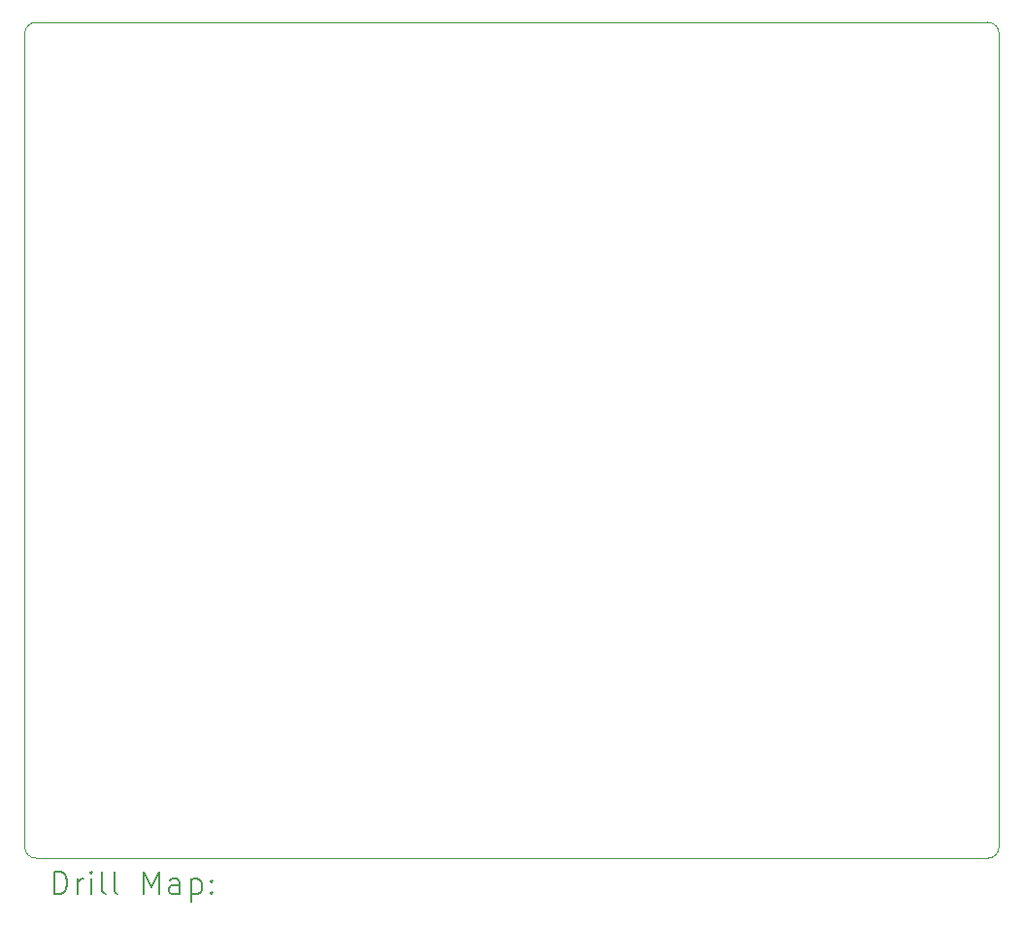
<source format=gbr>
%TF.GenerationSoftware,KiCad,Pcbnew,9.0.4*%
%TF.CreationDate,2026-02-09T19:44:17-05:00*%
%TF.ProjectId,main_board_v3,6d61696e-5f62-46f6-9172-645f76332e6b,rev?*%
%TF.SameCoordinates,Original*%
%TF.FileFunction,Drillmap*%
%TF.FilePolarity,Positive*%
%FSLAX45Y45*%
G04 Gerber Fmt 4.5, Leading zero omitted, Abs format (unit mm)*
G04 Created by KiCad (PCBNEW 9.0.4) date 2026-02-09 19:44:17*
%MOMM*%
%LPD*%
G01*
G04 APERTURE LIST*
%ADD10C,0.050000*%
%ADD11C,0.200000*%
G04 APERTURE END LIST*
D10*
X5200000Y-8750000D02*
G75*
G02*
X5100000Y-8650000I0J100000D01*
G01*
X13600000Y-1550000D02*
X13600000Y-8650000D01*
X13500000Y-1450000D02*
X5200000Y-1450000D01*
X5100000Y-1550000D02*
G75*
G02*
X5200000Y-1450000I100000J0D01*
G01*
X5200000Y-8750000D02*
X13500000Y-8750000D01*
X13500000Y-1450000D02*
G75*
G02*
X13600000Y-1550000I0J-100000D01*
G01*
X13600000Y-8650000D02*
G75*
G02*
X13500000Y-8750000I-100000J0D01*
G01*
X5100000Y-1550000D02*
X5100000Y-8650000D01*
D11*
X5358277Y-9063984D02*
X5358277Y-8863984D01*
X5358277Y-8863984D02*
X5405896Y-8863984D01*
X5405896Y-8863984D02*
X5434467Y-8873508D01*
X5434467Y-8873508D02*
X5453515Y-8892555D01*
X5453515Y-8892555D02*
X5463039Y-8911603D01*
X5463039Y-8911603D02*
X5472563Y-8949698D01*
X5472563Y-8949698D02*
X5472563Y-8978270D01*
X5472563Y-8978270D02*
X5463039Y-9016365D01*
X5463039Y-9016365D02*
X5453515Y-9035412D01*
X5453515Y-9035412D02*
X5434467Y-9054460D01*
X5434467Y-9054460D02*
X5405896Y-9063984D01*
X5405896Y-9063984D02*
X5358277Y-9063984D01*
X5558277Y-9063984D02*
X5558277Y-8930650D01*
X5558277Y-8968746D02*
X5567801Y-8949698D01*
X5567801Y-8949698D02*
X5577324Y-8940174D01*
X5577324Y-8940174D02*
X5596372Y-8930650D01*
X5596372Y-8930650D02*
X5615420Y-8930650D01*
X5682086Y-9063984D02*
X5682086Y-8930650D01*
X5682086Y-8863984D02*
X5672562Y-8873508D01*
X5672562Y-8873508D02*
X5682086Y-8883031D01*
X5682086Y-8883031D02*
X5691610Y-8873508D01*
X5691610Y-8873508D02*
X5682086Y-8863984D01*
X5682086Y-8863984D02*
X5682086Y-8883031D01*
X5805896Y-9063984D02*
X5786848Y-9054460D01*
X5786848Y-9054460D02*
X5777324Y-9035412D01*
X5777324Y-9035412D02*
X5777324Y-8863984D01*
X5910658Y-9063984D02*
X5891610Y-9054460D01*
X5891610Y-9054460D02*
X5882086Y-9035412D01*
X5882086Y-9035412D02*
X5882086Y-8863984D01*
X6139229Y-9063984D02*
X6139229Y-8863984D01*
X6139229Y-8863984D02*
X6205896Y-9006841D01*
X6205896Y-9006841D02*
X6272562Y-8863984D01*
X6272562Y-8863984D02*
X6272562Y-9063984D01*
X6453515Y-9063984D02*
X6453515Y-8959222D01*
X6453515Y-8959222D02*
X6443991Y-8940174D01*
X6443991Y-8940174D02*
X6424943Y-8930650D01*
X6424943Y-8930650D02*
X6386848Y-8930650D01*
X6386848Y-8930650D02*
X6367801Y-8940174D01*
X6453515Y-9054460D02*
X6434467Y-9063984D01*
X6434467Y-9063984D02*
X6386848Y-9063984D01*
X6386848Y-9063984D02*
X6367801Y-9054460D01*
X6367801Y-9054460D02*
X6358277Y-9035412D01*
X6358277Y-9035412D02*
X6358277Y-9016365D01*
X6358277Y-9016365D02*
X6367801Y-8997317D01*
X6367801Y-8997317D02*
X6386848Y-8987793D01*
X6386848Y-8987793D02*
X6434467Y-8987793D01*
X6434467Y-8987793D02*
X6453515Y-8978270D01*
X6548753Y-8930650D02*
X6548753Y-9130650D01*
X6548753Y-8940174D02*
X6567801Y-8930650D01*
X6567801Y-8930650D02*
X6605896Y-8930650D01*
X6605896Y-8930650D02*
X6624943Y-8940174D01*
X6624943Y-8940174D02*
X6634467Y-8949698D01*
X6634467Y-8949698D02*
X6643991Y-8968746D01*
X6643991Y-8968746D02*
X6643991Y-9025889D01*
X6643991Y-9025889D02*
X6634467Y-9044936D01*
X6634467Y-9044936D02*
X6624943Y-9054460D01*
X6624943Y-9054460D02*
X6605896Y-9063984D01*
X6605896Y-9063984D02*
X6567801Y-9063984D01*
X6567801Y-9063984D02*
X6548753Y-9054460D01*
X6729705Y-9044936D02*
X6739229Y-9054460D01*
X6739229Y-9054460D02*
X6729705Y-9063984D01*
X6729705Y-9063984D02*
X6720182Y-9054460D01*
X6720182Y-9054460D02*
X6729705Y-9044936D01*
X6729705Y-9044936D02*
X6729705Y-9063984D01*
X6729705Y-8940174D02*
X6739229Y-8949698D01*
X6739229Y-8949698D02*
X6729705Y-8959222D01*
X6729705Y-8959222D02*
X6720182Y-8949698D01*
X6720182Y-8949698D02*
X6729705Y-8940174D01*
X6729705Y-8940174D02*
X6729705Y-8959222D01*
M02*

</source>
